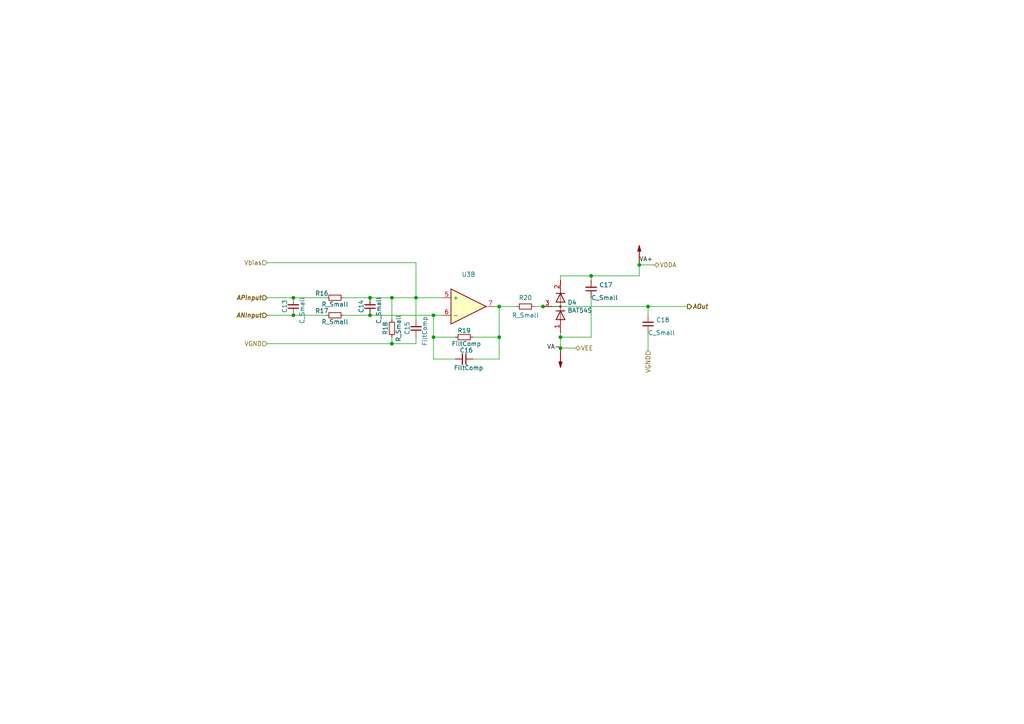
<source format=kicad_sch>
(kicad_sch (version 20230121) (generator eeschema)
  (paper "A4")
  (lib_symbols
    (symbol "Device:C_Small" (pin_numbers hide) (pin_names (offset 0.254) hide)
      (property "Reference" "C" (at 0.254 1.778 0))
      (property "Value" "C_Small" (at 0.254 -2.032 0))
      (symbol "C_Small_0_1"
        (polyline (pts (xy -1.524 -0.508) (xy 1.524 -0.508)) (stroke (width 0.3302)))
        (polyline (pts (xy -1.524 0.508) (xy 1.524 0.508)) (stroke (width 0.3048)))
      )
      (symbol "C_Small_1_1"
        (pin passive line (at 0 2.54 270) (length 2.032) (name "~") (number "1"))
        (pin passive line (at 0 -2.54 90) (length 2.032) (name "~") (number "2"))
      )
    )
    (symbol "Device:R_Small" (pin_numbers hide) (pin_names (offset 0.254) hide)
      (property "Reference" "R" (at 0.762 0.508 0))
      (property "Value" "R_Small" (at 0.762 -1.016 0))
      (symbol "R_Small_0_1"
        (rectangle (start -0.762 1.778) (end 0.762 -1.778) (stroke (width 0.2032)))
      )
      (symbol "R_Small_1_1"
        (pin passive line (at 0 2.54 270) (length 0.762) (name "~") (number "1"))
        (pin passive line (at 0 -2.54 90) (length 0.762) (name "~") (number "2"))
      )
    )
    (symbol "Graphic:SYM_Arrow_Normal" (in_bom no) (on_board no)
      (symbol "SYM_Arrow_Normal_0_1"
        (polyline (pts (xy 1.524 0) (xy -2.54 0)) (stroke (width 0.254)))
        (polyline (pts (xy 2.54 0) (xy 0.762 -0.508) (xy 0.762 0.508) (xy 2.54 0)) (fill (type outline)))
      )
    )
    (symbol "Sallen-Keys_filter-rescue:D_x2_Serial_AKC-Device" (pin_names (offset 0.762) hide)
      (property "Reference" "D" (at 1.27 -2.54 0))
      (property "Value" "Device_D_x2_Serial_AKC" (at 0 2.54 0))
      (symbol "D_x2_Serial_AKC-Device_0_1"
        (polyline (pts (xy -3.81 0) (xy 3.81 0)))
        (polyline (pts (xy 0 0) (xy 0 -2.54)))
        (polyline (pts (xy 6.35 0) (xy 7.62 0)))
        (polyline (pts (xy -1.27 -1.27) (xy -1.27 1.27) (xy -1.27 1.27)) (stroke (width 0.254)))
        (polyline (pts (xy 3.81 1.27) (xy 3.81 -1.27) (xy 3.81 -1.27)) (stroke (width 0.254)))
        (polyline (pts (xy -3.81 1.27) (xy -1.27 0) (xy -3.81 -1.27) (xy -3.81 1.27) (xy -3.81 1.27) (xy -3.81 1.27)) (stroke (width 0.254)))
        (polyline (pts (xy 1.27 1.27) (xy 3.81 0) (xy 1.27 -1.27) (xy 1.27 1.27) (xy 1.27 1.27) (xy 1.27 1.27)) (stroke (width 0.254)))
        (circle (center 0 0) (radius 0.254) (fill (type outline)))
        (pin passive line (at -7.62 0 0) (length 3.81) (name "A") (number "1"))
        (pin passive line (at 7.62 0 180) (length 3.81) (name "K") (number "2"))
        (pin passive line (at 0 -5.08 90) (length 2.54) (name "common") (number "3"))
      )
    )
    (symbol "Sallen-Keys_filter-rescue:Opamp_Quad_Generic-Device"
      (property "Reference" "U" (at 0 5.08 0))
      (property "Value" "Device_Opamp_Quad_Generic" (at 0 -5.08 0))
      (symbol "Opamp_Quad_Generic-Device_1_1"
        (polyline (pts (xy -5.08 5.08) (xy 5.08 0) (xy -5.08 -5.08) (xy -5.08 5.08)) (stroke (width 0.254)) (fill (type background)))
        (pin output line (at 7.62 0 180) (length 2.54) (name "~") (number "1"))
        (pin input line (at -7.62 -2.54 0) (length 2.54) (name "-") (number "2"))
        (pin input line (at -7.62 2.54 0) (length 2.54) (name "+") (number "3"))
      )
      (symbol "Opamp_Quad_Generic-Device_2_1"
        (polyline (pts (xy -5.08 5.08) (xy 5.08 0) (xy -5.08 -5.08) (xy -5.08 5.08)) (stroke (width 0.254)) (fill (type background)))
        (pin input line (at -7.62 2.54 0) (length 2.54) (name "+") (number "5"))
        (pin input line (at -7.62 -2.54 0) (length 2.54) (name "-") (number "6"))
        (pin output line (at 7.62 0 180) (length 2.54) (name "~") (number "7"))
      )
      (symbol "Opamp_Quad_Generic-Device_3_1"
        (polyline (pts (xy -5.08 5.08) (xy 5.08 0) (xy -5.08 -5.08) (xy -5.08 5.08)) (stroke (width 0.254)) (fill (type background)))
        (pin input line (at -7.62 2.54 0) (length 2.54) (name "+") (number "10"))
        (pin output line (at 7.62 0 180) (length 2.54) (name "~") (number "8"))
        (pin input line (at -7.62 -2.54 0) (length 2.54) (name "-") (number "9"))
      )
      (symbol "Opamp_Quad_Generic-Device_4_1"
        (polyline (pts (xy -5.08 5.08) (xy 5.08 0) (xy -5.08 -5.08) (xy -5.08 5.08)) (stroke (width 0.254)) (fill (type background)))
        (pin input line (at -7.62 2.54 0) (length 2.54) (name "+") (number "12"))
        (pin input line (at -7.62 -2.54 0) (length 2.54) (name "-") (number "13"))
        (pin output line (at 7.62 0 180) (length 2.54) (name "~") (number "14"))
      )
      (symbol "Opamp_Quad_Generic-Device_5_1"
        (pin power_in line (at -2.54 -7.62 90) (length 3.81) (name "V-") (number "11"))
        (pin power_in line (at -2.54 7.62 270) (length 3.81) (name "V+") (number "4"))
      )
    )
  )
  (junction (at 162.56 97.79))
  (junction (at 85.09 91.44))
  (junction (at 125.73 97.79))
  (junction (at 107.315 86.36))
  (junction (at 144.78 97.79))
  (junction (at 144.78 88.9))
  (junction (at 157.48 88.9))
  (junction (at 113.665 86.36))
  (junction (at 125.73 91.44))
  (junction (at 187.96 88.9))
  (junction (at 185.42 76.835))
  (junction (at 120.65 86.36))
  (junction (at 113.665 99.695))
  (junction (at 162.56 100.965))
  (junction (at 171.45 80.01))
  (junction (at 107.315 91.44))
  (junction (at 85.09 86.36))
  (wire (pts (xy 162.56 101.6) (xy 162.56 100.965)))
  (wire (pts (xy 85.09 86.36) (xy 94.615 86.36)))
  (wire (pts (xy 77.47 86.36) (xy 85.09 86.36)))
  (wire (pts (xy 107.315 86.36) (xy 113.665 86.36)))
  (wire (pts (xy 85.09 91.44) (xy 94.615 91.44)))
  (wire (pts (xy 77.47 99.695) (xy 113.665 99.695)))
  (wire (pts (xy 154.94 88.9) (xy 157.48 88.9)))
  (wire (pts (xy 171.45 81.28) (xy 171.45 80.01)))
  (wire (pts (xy 113.665 97.79) (xy 113.665 99.695)))
  (wire (pts (xy 113.665 86.36) (xy 120.65 86.36)))
  (wire (pts (xy 143.51 88.9) (xy 144.78 88.9)))
  (wire (pts (xy 120.65 76.2) (xy 120.65 86.36)))
  (wire (pts (xy 162.56 100.965) (xy 167.005 100.965)))
  (wire (pts (xy 120.65 86.36) (xy 128.27 86.36)))
  (wire (pts (xy 185.42 76.835) (xy 189.865 76.835)))
  (wire (pts (xy 144.78 88.9) (xy 149.86 88.9)))
  (wire (pts (xy 77.47 76.2) (xy 120.65 76.2)))
  (wire (pts (xy 77.47 91.44) (xy 85.09 91.44)))
  (wire (pts (xy 185.42 76.2) (xy 185.42 76.835)))
  (wire (pts (xy 171.45 80.01) (xy 185.42 80.01)))
  (wire (pts (xy 157.48 88.9) (xy 187.96 88.9)))
  (wire (pts (xy 162.56 80.01) (xy 171.45 80.01)))
  (wire (pts (xy 137.16 104.14) (xy 144.78 104.14)))
  (wire (pts (xy 113.665 86.36) (xy 113.665 92.71)))
  (wire (pts (xy 132.08 97.79) (xy 125.73 97.79)))
  (wire (pts (xy 187.96 96.52) (xy 187.96 101.6)))
  (wire (pts (xy 120.65 99.695) (xy 120.65 97.79)))
  (wire (pts (xy 144.78 104.14) (xy 144.78 97.79)))
  (wire (pts (xy 120.65 86.36) (xy 120.65 92.71)))
  (wire (pts (xy 125.73 104.14) (xy 125.73 97.79)))
  (wire (pts (xy 113.665 99.695) (xy 120.65 99.695)))
  (wire (pts (xy 107.315 91.44) (xy 125.73 91.44)))
  (wire (pts (xy 132.08 104.14) (xy 125.73 104.14)))
  (wire (pts (xy 99.695 86.36) (xy 107.315 86.36)))
  (wire (pts (xy 171.45 97.79) (xy 171.45 86.36)))
  (wire (pts (xy 162.56 97.79) (xy 162.56 96.52)))
  (wire (pts (xy 125.73 91.44) (xy 125.73 97.79)))
  (wire (pts (xy 162.56 100.965) (xy 162.56 97.79)))
  (wire (pts (xy 171.45 97.79) (xy 162.56 97.79)))
  (wire (pts (xy 162.56 81.28) (xy 162.56 80.01)))
  (wire (pts (xy 137.16 97.79) (xy 144.78 97.79)))
  (wire (pts (xy 144.78 97.79) (xy 144.78 88.9)))
  (wire (pts (xy 187.96 88.9) (xy 199.39 88.9)))
  (wire (pts (xy 187.96 91.44) (xy 187.96 88.9)))
  (wire (pts (xy 99.695 91.44) (xy 107.315 91.44)))
  (wire (pts (xy 185.42 76.835) (xy 185.42 80.01)))
  (wire (pts (xy 125.73 91.44) (xy 128.27 91.44)))
  (label "VA-" (at 162.56 101.6 180))
  (label "VA+" (at 185.42 76.2 0))
  (hierarchical_label "APInput" (shape input) (at 77.47 86.36 180) (effects (font (thickness 0.254) bold italic)))
  (hierarchical_label "Vbias" (shape input) (at 77.47 76.2 180))
  (hierarchical_label "VGND" (shape input) (at 187.96 101.6 270))
  (hierarchical_label "AOut" (shape output) (at 199.39 88.9 0) (effects (font (thickness 0.254) bold italic)))
  (hierarchical_label "VEE" (shape bidirectional) (at 167.005 100.965 0))
  (hierarchical_label "VDDA" (shape bidirectional) (at 189.865 76.835 0))
  (hierarchical_label "VGND" (shape input) (at 77.47 99.695 180))
  (hierarchical_label "ANInput" (shape input) (at 77.47 91.44 180) (effects (font (thickness 0.254) bold italic)))
  (symbol (lib_id "Sallen-Keys_filter-rescue:Opamp_Quad_Generic-Device") (at 135.89 88.9 0) (unit 2)
    (property "Reference" "U3" (at 135.89 79.5782 0))
    (property "Value" "Opamp_Quad_Generic" (effects hide))
    (property "Footprint" "Package_SO:SOIC-14_3.9x8.7mm_P1.27mm" (effects hide))
    (instances (project "OPADiffMode" (path "" (reference "U3") (unit 2)) (path "" (reference "U3") (unit 4)) (path "" (reference "U3") (unit 3))))
  )
  (symbol (lib_id "Device:R_Small") (at 134.62 97.79 270) (unit 1)
    (property "Reference" "R19" (at 134.62 95.885 90))
    (property "Value" "FiltComp" (at 135.255 99.695 90))
    (property "Footprint" "Resistor_SMD:R_0805_2012Metric" (effects hide))
    (instances (project "OPADiffMode" (path "" (reference "R19") (unit 1)) (path "" (reference "R29") (unit 1)) (path "" (reference "R24") (unit 1))))
  )
  (symbol (lib_id "Device:R_Small") (at 113.665 95.25 0) (mirror x) (unit 1)
    (property "Reference" "R18" (at 111.76 95.25 90))
    (property "Value" "R_Small" (at 115.57 95.25 90))
    (property "Footprint" "Resistor_SMD:R_0805_2012Metric" (effects hide))
    (instances (project "OPADiffMode" (path "" (reference "R18") (unit 1)) (path "" (reference "R28") (unit 1)) (path "" (reference "R23") (unit 1))))
  )
  (symbol (lib_id "Device:C_Small") (at 134.62 104.14 270) (unit 1)
    (property "Reference" "C16" (at 135.255 101.6 90))
    (property "Value" "FiltComp" (at 135.89 106.68 90))
    (property "Footprint" "Capacitor_SMD:C_1206_3216Metric_Pad1.33x1.80mm_HandSolder" (effects hide))
    (instances (project "OPADiffMode" (path "" (reference "C16") (unit 1)) (path "" (reference "C28") (unit 1)) (path "" (reference "C22") (unit 1))))
  )
  (symbol (lib_id "Device:R_Small") (at 97.155 91.44 90) (unit 1)
    (property "Reference" "R17" (at 93.345 90.17 90))
    (property "Value" "R_Small" (at 97.155 93.345 90))
    (property "Footprint" "Resistor_SMD:R_0805_2012Metric" (effects hide))
    (instances (project "OPADiffMode" (path "" (reference "R17") (unit 1)) (path "" (reference "R27") (unit 1)) (path "" (reference "R22") (unit 1))))
  )
  (symbol (lib_id "Device:R_Small") (at 97.155 86.36 90) (unit 1)
    (property "Reference" "R16" (at 93.345 85.09 90))
    (property "Value" "R_Small" (at 97.155 88.265 90))
    (property "Footprint" "Resistor_SMD:R_0805_2012Metric" (effects hide))
    (instances (project "OPADiffMode" (path "" (reference "R16") (unit 1)) (path "" (reference "R26") (unit 1)) (path "" (reference "R21") (unit 1))))
  )
  (symbol (lib_id "Device:C_Small") (at 120.65 95.25 0) (mirror x) (unit 1)
    (property "Reference" "C15" (at 118.11 97.155 90) (effects (justify right)))
    (property "Value" "FiltComp" (at 123.19 100.33 90) (effects (justify right)))
    (property "Footprint" "Capacitor_SMD:C_1206_3216Metric_Pad1.33x1.80mm_HandSolder" (effects hide))
    (instances (project "OPADiffMode" (path "" (reference "C15") (unit 1)) (path "" (reference "C27") (unit 1)) (path "" (reference "C21") (unit 1))))
  )
  (symbol (lib_id "Device:R_Small") (at 152.4 88.9 270) (unit 1)
    (property "Reference" "R20" (at 152.4 86.36 90))
    (property "Value" "R_Small" (at 152.4 91.44 90))
    (property "Footprint" "Resistor_SMD:R_0805_2012Metric" (effects hide))
    (instances (project "OPADiffMode" (path "" (reference "R20") (unit 1)) (path "" (reference "R30") (unit 1)) (path "" (reference "R25") (unit 1))))
  )
  (symbol (lib_id "Device:C_Small") (at 171.45 83.82 180) (unit 1)
    (property "Reference" "C17" (at 173.7868 82.6516 0) (effects (justify right)))
    (property "Value" "C_Small" (at 171.45 86.36 0) (effects (justify right)))
    (property "Footprint" "Capacitor_SMD:C_1206_3216Metric_Pad1.33x1.80mm_HandSolder" (effects hide))
    (instances (project "OPADiffMode" (path "" (reference "C17") (unit 1)) (path "" (reference "C29") (unit 1)) (path "" (reference "C23") (unit 1))))
  )
  (symbol (lib_id "Device:C_Small") (at 187.96 93.98 180) (unit 1)
    (property "Reference" "C18" (at 190.2968 92.8116 0) (effects (justify right)))
    (property "Value" "C_Small" (at 187.96 96.52 0) (effects (justify right)))
    (property "Footprint" "Capacitor_SMD:C_1206_3216Metric_Pad1.33x1.80mm_HandSolder" (effects hide))
    (instances (project "OPADiffMode" (path "" (reference "C18") (unit 1)) (path "" (reference "C30") (unit 1)) (path "" (reference "C24") (unit 1))))
  )
  (symbol (lib_id "Sallen-Keys_filter-rescue:D_x2_Serial_AKC-Device") (at 162.56 88.9 270) (mirror x) (unit 1)
    (property "Reference" "D4" (at 164.592 87.7316 90) (effects (justify left)))
    (property "Value" "BAT54S" (at 164.592 90.043 90) (effects (justify left)))
    (property "Footprint" "Package_TO_SOT_SMD:SOT-23" (effects hide))
    (instances (project "OPADiffMode" (path "" (reference "D4") (unit 1)) (path "" (reference "D6") (unit 1)) (path "" (reference "D5") (unit 1))))
  )
  (symbol (lib_id "Graphic:SYM_Arrow_Normal") (at 162.56 104.14 270) (unit 1)
    (property "Reference" "#SYM11" (effects hide))
    (property "Value" "SYM_Arrow_Normal" (effects hide))
    (instances (project "OPADiffMode" (path "" (reference "#SYM11") (unit 1)) (path "" (reference "#SYM13") (unit 1)) (path "" (reference "#SYM15") (unit 1))))
  )
  (symbol (lib_id "Device:C_Small") (at 85.09 88.9 0) (mirror x) (unit 1)
    (property "Reference" "C13" (at 82.55 90.805 90) (effects (justify right)))
    (property "Value" "C_Small" (at 87.63 93.98 90) (effects (justify right)))
    (property "Footprint" "Capacitor_SMD:C_1206_3216Metric_Pad1.33x1.80mm_HandSolder" (effects hide))
    (instances (project "OPADiffMode" (path "" (reference "C13") (unit 1)) (path "" (reference "C25") (unit 1)) (path "" (reference "C19") (unit 1))))
  )
  (symbol (lib_id "Device:C_Small") (at 107.315 88.9 0) (mirror x) (unit 1)
    (property "Reference" "C14" (at 104.775 90.805 90) (effects (justify right)))
    (property "Value" "C_Small" (at 109.855 93.98 90) (effects (justify right)))
    (property "Footprint" "Capacitor_SMD:C_1206_3216Metric_Pad1.33x1.80mm_HandSolder" (effects hide))
    (instances (project "OPADiffMode" (path "" (reference "C14") (unit 1)) (path "" (reference "C26") (unit 1)) (path "" (reference "C20") (unit 1))))
  )
  (symbol (lib_id "Graphic:SYM_Arrow_Normal") (at 185.42 73.66 90) (unit 1)
    (property "Reference" "#SYM12" (effects hide))
    (property "Value" "SYM_Arrow_Normal" (effects hide))
    (instances (project "OPADiffMode" (path "" (reference "#SYM12") (unit 1)) (path "" (reference "#SYM14") (unit 1)) (path "" (reference "#SYM16") (unit 1))))
  )
)
</source>
